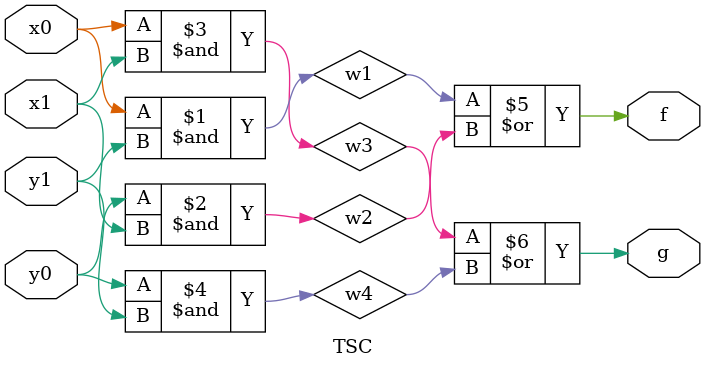
<source format=v>
module TSC (
output f, g,
input x0, y0, x1, y1
);


wire w1, w2, w3, w4;

and a1(w1, x0, y1);
and a2(w2, y0, x1);
and a3(w3, x0, x1);
and a4(w4, y0, y1);

or o1(f, w1, w2);
or o2(g, w3, w4);

endmodule 
</source>
